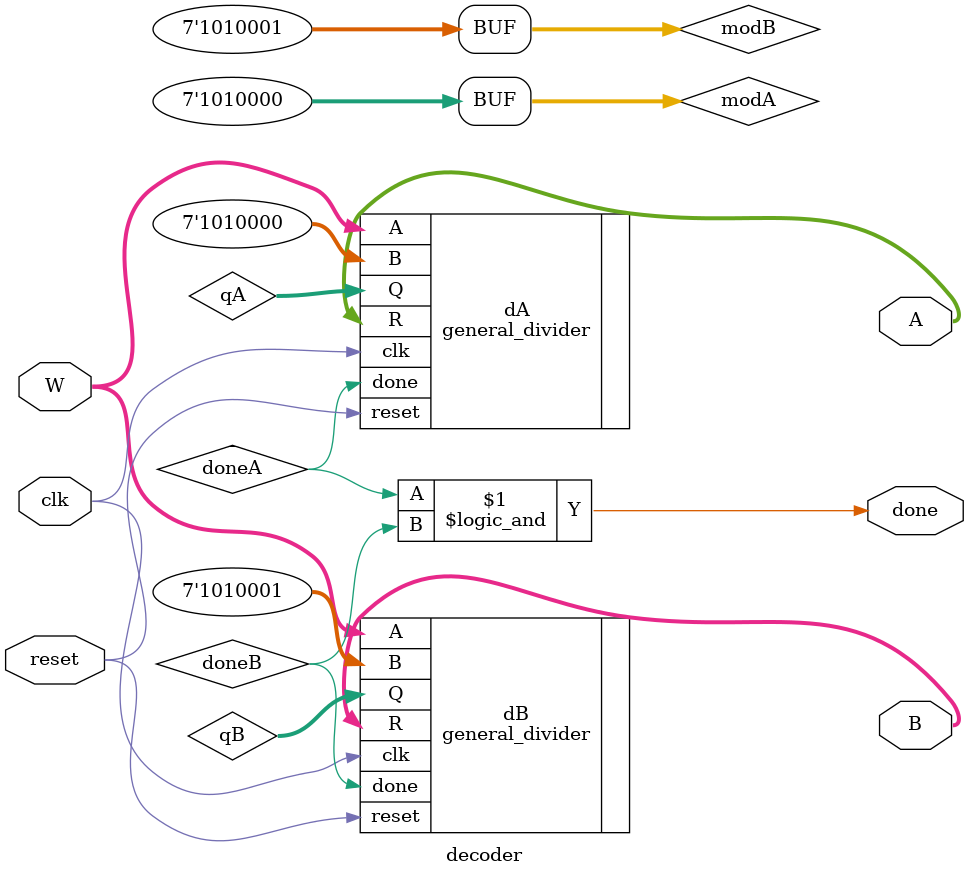
<source format=v>
module decoder(
    input clk,          // 200 MHz core clock
    input reset,        // reset triggers the decode process using divider to get A and B from W
    input [12:0] W,     // Input pulse width (W)
    output [6:0] A, B,  // Output A and B value specified by the decoder table
    output done         // Signals when both A and B is fully decoded
);
    // Module: 
    //      1) Reset (manually passed in) signals a change in W. 
    //      2) If reset is high, the dividers start calculating A and B.
    //      3) Outputs signal when decoding operation is complete.

    wire [12:0] qA, qB;     // wires for storing quotient from division (result not used)
    wire [6:0] modA, modB;  // specify divisor for A and B.
    assign modA [6:0] = 7'd80;
    assign modB [6:0] = 7'd81;
    wire doneA, doneB;      // Individual done signal for A and B.


    // done is 1 when both the division operation is done for A and B
    // done is connected to the enable port for gen_PWM 
    // the counting down will only start when the division is done
    assign done = doneA && doneB;

    // Dividing operations to get A and B.
    general_divider #(.WIDTH_A(13), .WIDTH_B(7)) dA (.clk(clk), .reset(reset),  .A(W),.B(modA),.Q(qA), .R(A), .done(doneA)); 
    general_divider #(.WIDTH_A(13), .WIDTH_B(7)) dB (.clk(clk), .reset(reset), .A(W),.B(modB),.Q(qB), .R(B), .done(doneB)); 

endmodule 

</source>
